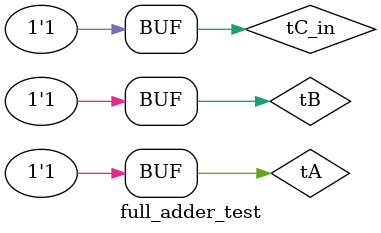
<source format=v>
`timescale 1us/100ns

module full_adder_test();
	// Test I/O
	reg tA, tB, tC_in;
	wire tS, tC_out;

	// One-bit full adder testing
	full_adder bit_0 (.A(tA), .B(tB), .C_in(tC_in), .S(tS), .C_out(tC_out));
	
	initial begin
		// Test input
		tA    = 1'b0;
		tB    = 1'b0;
		tC_in = 1'b0;

		#5; // Time delay 5 time units

		tA    = 1'b1;
		tB    = 1'b0;
		tC_in = 1'b0;

		#5;

		tA    = 1'b0;
		tB    = 1'b1;
		tC_in = 1'b0;

		#5;

		tA    = 1'b1;
		tB    = 1'b1;
		tC_in = 1'b0;

		#5;

		tA    = 1'b1;
		tB    = 1'b0;
		tC_in = 1'b1;

		#5;

		tA    = 1'b1;
		tB    = 1'b1;
		tC_in = 1'b1;

	end

endmodule

</source>
